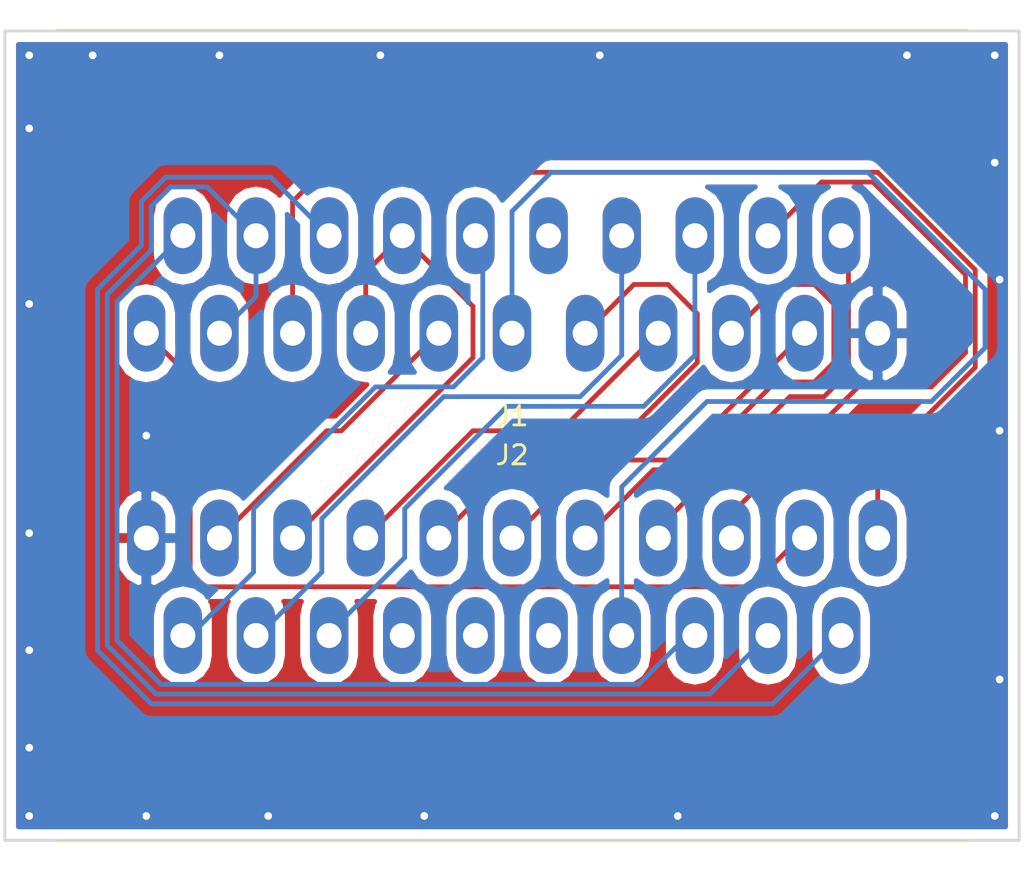
<source format=kicad_pcb>
(kicad_pcb (version 4) (host pcbnew 4.0.7)

  (general
    (links 20)
    (no_connects 1)
    (area 0 0 0 0)
    (thickness 1.6)
    (drawings 4)
    (tracks 162)
    (zones 0)
    (modules 2)
    (nets 23)
  )

  (page A4)
  (layers
    (0 F.Cu signal)
    (31 B.Cu signal)
    (32 B.Adhes user)
    (33 F.Adhes user)
    (34 B.Paste user)
    (35 F.Paste user)
    (36 B.SilkS user)
    (37 F.SilkS user)
    (38 B.Mask user)
    (39 F.Mask user)
    (40 Dwgs.User user)
    (41 Cmts.User user)
    (42 Eco1.User user)
    (43 Eco2.User user)
    (44 Edge.Cuts user)
    (45 Margin user)
    (46 B.CrtYd user)
    (47 F.CrtYd user)
    (48 B.Fab user)
    (49 F.Fab user)
  )

  (setup
    (last_trace_width 0.25)
    (trace_clearance 0.2)
    (zone_clearance 0.508)
    (zone_45_only no)
    (trace_min 0.2)
    (segment_width 0.2)
    (edge_width 0.15)
    (via_size 0.6)
    (via_drill 0.4)
    (via_min_size 0.4)
    (via_min_drill 0.3)
    (uvia_size 0.3)
    (uvia_drill 0.1)
    (uvias_allowed no)
    (uvia_min_size 0.2)
    (uvia_min_drill 0.1)
    (pcb_text_width 0.3)
    (pcb_text_size 1.5 1.5)
    (mod_edge_width 0.15)
    (mod_text_size 1 1)
    (mod_text_width 0.15)
    (pad_size 1.524 1.524)
    (pad_drill 0.762)
    (pad_to_mask_clearance 0.2)
    (aux_axis_origin 0 0)
    (visible_elements FFFFFF7F)
    (pcbplotparams
      (layerselection 0x00030_80000001)
      (usegerberextensions false)
      (excludeedgelayer true)
      (linewidth 0.100000)
      (plotframeref false)
      (viasonmask false)
      (mode 1)
      (useauxorigin false)
      (hpglpennumber 1)
      (hpglpenspeed 20)
      (hpglpendiameter 15)
      (hpglpenoverlay 2)
      (psnegative false)
      (psa4output false)
      (plotreference true)
      (plotvalue true)
      (plotinvisibletext false)
      (padsonsilk false)
      (subtractmaskfromsilk false)
      (outputformat 1)
      (mirror false)
      (drillshape 1)
      (scaleselection 1)
      (outputdirectory ""))
  )

  (net 0 "")
  (net 1 "Net-(J1-Pad10)")
  (net 2 "Net-(J1-Pad12)")
  (net 3 "Net-(J1-Pad14)")
  (net 4 GRN)
  (net 5 R_GND)
  (net 6 RED)
  (net 7 BLANK)
  (net 8 S_GND)
  (net 9 BK_GND)
  (net 10 S_OUT)
  (net 11 S_IN)
  (net 12 GND)
  (net 13 RT_OUT)
  (net 14 RT_IN)
  (net 15 L_OUT)
  (net 16 A_GND)
  (net 17 B_GND)
  (net 18 L_IN)
  (net 19 BLU)
  (net 20 5V)
  (net 21 G_GND)
  (net 22 "Net-(J2-Pad12)")

  (net_class Default "This is the default net class."
    (clearance 0.2)
    (trace_width 0.25)
    (via_dia 0.6)
    (via_drill 0.4)
    (uvia_dia 0.3)
    (uvia_drill 0.1)
    (add_net 5V)
    (add_net A_GND)
    (add_net BK_GND)
    (add_net BLANK)
    (add_net BLU)
    (add_net B_GND)
    (add_net GND)
    (add_net GRN)
    (add_net G_GND)
    (add_net L_IN)
    (add_net L_OUT)
    (add_net "Net-(J1-Pad10)")
    (add_net "Net-(J1-Pad12)")
    (add_net "Net-(J1-Pad14)")
    (add_net "Net-(J2-Pad12)")
    (add_net RED)
    (add_net RT_IN)
    (add_net RT_OUT)
    (add_net R_GND)
    (add_net S_GND)
    (add_net S_IN)
    (add_net S_OUT)
  )

  (module "SCART-RIGHT-ANGLE:SCART Right Angle" (layer F.Cu) (tedit 5B5415FC) (tstamp 5B5412A0)
    (at 148.336 125.984 180)
    (path /5B540E82)
    (fp_text reference J1 (at 0 11.43 180) (layer F.SilkS)
      (effects (font (size 1 1) (thickness 0.15)))
    )
    (fp_text value SCART-F (at 0 -11.43 180) (layer F.Fab)
      (effects (font (size 1 1) (thickness 0.15)))
    )
    (fp_line (start -23.7 -10.7) (end 23.7 -10.7) (layer F.SilkS) (width 0.15))
    (pad 10 thru_hole oval (at -1.905 0 180) (size 2 4) (drill 1.3) (layers *.Cu *.Mask)
      (net 1 "Net-(J1-Pad10)"))
    (pad 12 thru_hole oval (at 1.905 0 180) (size 2 4) (drill 1.3) (layers *.Cu *.Mask)
      (net 2 "Net-(J1-Pad12)"))
    (pad 14 thru_hole oval (at 5.715 0 180) (size 2 4) (drill 1.3) (layers *.Cu *.Mask)
      (net 3 "Net-(J1-Pad14)"))
    (pad 11 thru_hole oval (at 0 5.08 180) (size 2 4) (drill 1.3) (layers *.Cu *.Mask)
      (net 4 GRN))
    (pad 13 thru_hole oval (at 3.81 5.08 180) (size 2 4) (drill 1.3) (layers *.Cu *.Mask)
      (net 5 R_GND))
    (pad 15 thru_hole oval (at 7.62 5.08 180) (size 2 4) (drill 1.3) (layers *.Cu *.Mask)
      (net 6 RED))
    (pad 16 thru_hole oval (at 9.525 0 180) (size 2 4) (drill 1.3) (layers *.Cu *.Mask)
      (net 7 BLANK))
    (pad 17 thru_hole oval (at 11.43 5.08 180) (size 2 4) (drill 1.3) (layers *.Cu *.Mask)
      (net 8 S_GND))
    (pad 18 thru_hole oval (at 13.335 0 180) (size 2 4) (drill 1.3) (layers *.Cu *.Mask)
      (net 9 BK_GND))
    (pad 19 thru_hole oval (at 15.24 5.08 180) (size 2 4) (drill 1.3) (layers *.Cu *.Mask)
      (net 10 S_OUT))
    (pad 20 thru_hole oval (at 17.145 0 180) (size 2 4) (drill 1.3) (layers *.Cu *.Mask)
      (net 11 S_IN))
    (pad 21 thru_hole oval (at 19.05 5.08 180) (size 2 4) (drill 1.3) (layers *.Cu *.Mask)
      (net 12 GND))
    (pad 1 thru_hole oval (at -19.05 5.08 180) (size 2 4) (drill 1.3) (layers *.Cu *.Mask)
      (net 13 RT_OUT))
    (pad 2 thru_hole oval (at -17.145 0 180) (size 2 4) (drill 1.3) (layers *.Cu *.Mask)
      (net 14 RT_IN))
    (pad 3 thru_hole oval (at -15.24 5.08 180) (size 2 4) (drill 1.3) (layers *.Cu *.Mask)
      (net 15 L_OUT))
    (pad 4 thru_hole oval (at -13.335 0 180) (size 2 4) (drill 1.3) (layers *.Cu *.Mask)
      (net 16 A_GND))
    (pad 5 thru_hole oval (at -11.43 5.08 180) (size 2 4) (drill 1.3) (layers *.Cu *.Mask)
      (net 17 B_GND))
    (pad 6 thru_hole oval (at -9.525 0 180) (size 2 4) (drill 1.3) (layers *.Cu *.Mask)
      (net 18 L_IN))
    (pad 7 thru_hole oval (at -7.62 5.08 180) (size 2 4) (drill 1.3) (layers *.Cu *.Mask)
      (net 19 BLU))
    (pad 8 thru_hole oval (at -5.715 0 180) (size 2 4) (drill 1.3) (layers *.Cu *.Mask)
      (net 20 5V))
    (pad 9 thru_hole oval (at -3.81 5.08 180) (size 2 4) (drill 1.3) (layers *.Cu *.Mask)
      (net 21 G_GND))
  )

  (module "SCART-RIGHT-ANGLE:SCART Right Angle" (layer F.Cu) (tedit 5B54160E) (tstamp 5B5412BE)
    (at 148.336 105.156)
    (path /5B540EA9)
    (fp_text reference J2 (at 0 11.43) (layer F.SilkS)
      (effects (font (size 1 1) (thickness 0.15)))
    )
    (fp_text value SCART-F (at 0 -11.43) (layer F.Fab)
      (effects (font (size 1 1) (thickness 0.15)))
    )
    (fp_line (start -23.7 -10.7) (end 23.7 -10.7) (layer F.SilkS) (width 0.15))
    (pad 10 thru_hole oval (at -1.905 0) (size 2 4) (drill 1.3) (layers *.Cu *.Mask)
      (net 11 S_IN))
    (pad 12 thru_hole oval (at 1.905 0) (size 2 4) (drill 1.3) (layers *.Cu *.Mask)
      (net 22 "Net-(J2-Pad12)"))
    (pad 14 thru_hole oval (at 5.715 0) (size 2 4) (drill 1.3) (layers *.Cu *.Mask)
      (net 9 BK_GND))
    (pad 11 thru_hole oval (at 0 5.08) (size 2 4) (drill 1.3) (layers *.Cu *.Mask)
      (net 20 5V))
    (pad 13 thru_hole oval (at 3.81 5.08) (size 2 4) (drill 1.3) (layers *.Cu *.Mask)
      (net 5 R_GND))
    (pad 15 thru_hole oval (at 7.62 5.08) (size 2 4) (drill 1.3) (layers *.Cu *.Mask)
      (net 6 RED))
    (pad 16 thru_hole oval (at 9.525 0) (size 2 4) (drill 1.3) (layers *.Cu *.Mask)
      (net 7 BLANK))
    (pad 17 thru_hole oval (at 11.43 5.08) (size 2 4) (drill 1.3) (layers *.Cu *.Mask)
      (net 21 G_GND))
    (pad 18 thru_hole oval (at 13.335 0) (size 2 4) (drill 1.3) (layers *.Cu *.Mask)
      (net 17 B_GND))
    (pad 19 thru_hole oval (at 15.24 5.08) (size 2 4) (drill 1.3) (layers *.Cu *.Mask)
      (net 4 GRN))
    (pad 20 thru_hole oval (at 17.145 0) (size 2 4) (drill 1.3) (layers *.Cu *.Mask)
      (net 19 BLU))
    (pad 21 thru_hole oval (at 19.05 5.08) (size 2 4) (drill 1.3) (layers *.Cu *.Mask)
      (net 12 GND))
    (pad 1 thru_hole oval (at -19.05 5.08) (size 2 4) (drill 1.3) (layers *.Cu *.Mask)
      (net 15 L_OUT))
    (pad 2 thru_hole oval (at -17.145 0) (size 2 4) (drill 1.3) (layers *.Cu *.Mask)
      (net 18 L_IN))
    (pad 3 thru_hole oval (at -15.24 5.08) (size 2 4) (drill 1.3) (layers *.Cu *.Mask)
      (net 16 A_GND))
    (pad 4 thru_hole oval (at -13.335 0) (size 2 4) (drill 1.3) (layers *.Cu *.Mask)
      (net 16 A_GND))
    (pad 5 thru_hole oval (at -11.43 5.08) (size 2 4) (drill 1.3) (layers *.Cu *.Mask)
      (net 13 RT_OUT))
    (pad 6 thru_hole oval (at -9.525 0) (size 2 4) (drill 1.3) (layers *.Cu *.Mask)
      (net 14 RT_IN))
    (pad 7 thru_hole oval (at -7.62 5.08) (size 2 4) (drill 1.3) (layers *.Cu *.Mask)
      (net 8 S_GND))
    (pad 8 thru_hole oval (at -5.715 0) (size 2 4) (drill 1.3) (layers *.Cu *.Mask)
      (net 8 S_GND))
    (pad 9 thru_hole oval (at -3.81 5.08) (size 2 4) (drill 1.3) (layers *.Cu *.Mask)
      (net 10 S_OUT))
  )

  (gr_line (start 121.92 94.488) (end 174.752 94.488) (angle 90) (layer Edge.Cuts) (width 0.15))
  (gr_line (start 121.92 136.652) (end 121.92 94.488) (angle 90) (layer Edge.Cuts) (width 0.15))
  (gr_line (start 174.752 136.652) (end 121.92 136.652) (angle 90) (layer Edge.Cuts) (width 0.15))
  (gr_line (start 174.752 94.488) (end 174.752 136.652) (angle 90) (layer Edge.Cuts) (width 0.15))

  (segment (start 148.336 120.904) (end 152.4 116.84) (width 0.25) (layer F.Cu) (net 4) (status 400000))
  (segment (start 156.972 116.84) (end 163.576 110.236) (width 0.25) (layer F.Cu) (net 4) (tstamp 5B54137B) (status 800000))
  (segment (start 152.4 116.84) (end 156.972 116.84) (width 0.25) (layer F.Cu) (net 4) (tstamp 5B541379))
  (segment (start 144.526 120.904) (end 149.098 116.332) (width 0.25) (layer F.Cu) (net 5) (status 400000))
  (segment (start 154.686 107.696) (end 152.146 110.236) (width 0.25) (layer F.Cu) (net 5) (tstamp 5B541375) (status 800000))
  (segment (start 156.464 107.696) (end 154.686 107.696) (width 0.25) (layer F.Cu) (net 5) (tstamp 5B541373))
  (segment (start 157.988 109.22) (end 156.464 107.696) (width 0.25) (layer F.Cu) (net 5) (tstamp 5B541371))
  (segment (start 157.988 111.76) (end 157.988 109.22) (width 0.25) (layer F.Cu) (net 5) (tstamp 5B54136F))
  (segment (start 153.416 116.332) (end 157.988 111.76) (width 0.25) (layer F.Cu) (net 5) (tstamp 5B54136D))
  (segment (start 149.098 116.332) (end 153.416 116.332) (width 0.25) (layer F.Cu) (net 5) (tstamp 5B54136B))
  (segment (start 140.716 120.904) (end 146.304 115.316) (width 0.25) (layer F.Cu) (net 6) (status 400000))
  (segment (start 150.876 115.316) (end 155.956 110.236) (width 0.25) (layer F.Cu) (net 6) (tstamp 5B541367) (status 800000))
  (segment (start 146.304 115.316) (end 150.876 115.316) (width 0.25) (layer F.Cu) (net 6) (tstamp 5B541365))
  (segment (start 138.811 125.984) (end 138.811 125.857) (width 0.25) (layer B.Cu) (net 7) (status C00000))
  (segment (start 138.811 125.857) (end 142.748 121.92) (width 0.25) (layer B.Cu) (net 7) (tstamp 5B541490) (status 400000))
  (segment (start 142.748 121.92) (end 142.748 119.38) (width 0.25) (layer B.Cu) (net 7) (tstamp 5B541497))
  (segment (start 142.748 119.38) (end 148.082 114.046) (width 0.25) (layer B.Cu) (net 7) (tstamp 5B54149C))
  (segment (start 148.082 114.046) (end 155.194 114.046) (width 0.25) (layer B.Cu) (net 7) (tstamp 5B5414A4))
  (segment (start 155.194 114.046) (end 157.861 111.379) (width 0.25) (layer B.Cu) (net 7) (tstamp 5B5414A9))
  (segment (start 157.861 111.379) (end 157.861 105.156) (width 0.25) (layer B.Cu) (net 7) (tstamp 5B5414B1) (status 800000))
  (segment (start 142.621 105.156) (end 140.716 107.061) (width 0.25) (layer F.Cu) (net 8) (status 400000))
  (segment (start 140.716 107.061) (end 140.716 110.236) (width 0.25) (layer F.Cu) (net 8) (tstamp 5B541360) (status 800000))
  (segment (start 136.906 120.904) (end 146.304 111.506) (width 0.25) (layer F.Cu) (net 8) (status 400000))
  (segment (start 146.304 108.839) (end 142.621 105.156) (width 0.25) (layer F.Cu) (net 8) (tstamp 5B54135C) (status 800000))
  (segment (start 146.304 111.506) (end 146.304 108.839) (width 0.25) (layer F.Cu) (net 8) (tstamp 5B54135A))
  (segment (start 135.001 125.984) (end 135.128 125.984) (width 0.25) (layer B.Cu) (net 9) (status C00000))
  (segment (start 135.128 125.984) (end 138.43 122.682) (width 0.25) (layer B.Cu) (net 9) (tstamp 5B54145F) (status 400000))
  (segment (start 138.43 122.682) (end 138.43 119.888) (width 0.25) (layer B.Cu) (net 9) (tstamp 5B541468))
  (segment (start 138.43 119.888) (end 144.78 113.538) (width 0.25) (layer B.Cu) (net 9) (tstamp 5B54146E))
  (segment (start 144.78 113.538) (end 151.892 113.538) (width 0.25) (layer B.Cu) (net 9) (tstamp 5B54147A))
  (segment (start 151.892 113.538) (end 154.051 111.379) (width 0.25) (layer B.Cu) (net 9) (tstamp 5B541482))
  (segment (start 154.051 111.379) (end 154.051 105.156) (width 0.25) (layer B.Cu) (net 9) (tstamp 5B541487) (status 800000))
  (segment (start 133.096 120.904) (end 138.684 115.316) (width 0.25) (layer F.Cu) (net 10) (status 400000))
  (segment (start 139.446 115.316) (end 144.526 110.236) (width 0.25) (layer F.Cu) (net 10) (tstamp 5B541357) (status 800000))
  (segment (start 138.684 115.316) (end 139.446 115.316) (width 0.25) (layer F.Cu) (net 10) (tstamp 5B541355))
  (segment (start 131.191 125.984) (end 131.572 125.984) (width 0.25) (layer B.Cu) (net 11) (status C00000))
  (segment (start 131.572 125.984) (end 134.874 122.682) (width 0.25) (layer B.Cu) (net 11) (tstamp 5B541426) (status 400000))
  (segment (start 134.874 122.682) (end 134.874 119.38) (width 0.25) (layer B.Cu) (net 11) (tstamp 5B541434))
  (segment (start 134.874 119.38) (end 141.224 113.03) (width 0.25) (layer B.Cu) (net 11) (tstamp 5B54143A))
  (segment (start 141.224 113.03) (end 145.288 113.03) (width 0.25) (layer B.Cu) (net 11) (tstamp 5B541447))
  (segment (start 145.288 113.03) (end 146.812 111.506) (width 0.25) (layer B.Cu) (net 11) (tstamp 5B541450))
  (segment (start 146.812 111.506) (end 146.812 105.537) (width 0.25) (layer B.Cu) (net 11) (tstamp 5B541455) (status 800000))
  (segment (start 146.812 105.537) (end 146.431 105.156) (width 0.25) (layer B.Cu) (net 11) (tstamp 5B54145A) (status C00000))
  (via (at 129.286 115.57) (size 0.6) (drill 0.4) (layers F.Cu B.Cu) (net 12))
  (via (at 123.19 95.758) (size 0.6) (drill 0.4) (layers F.Cu B.Cu) (net 12))
  (segment (start 122.936 97.79) (end 122.936 99.314) (width 0.25) (layer F.Cu) (net 12) (tstamp 5B5416F8))
  (segment (start 123.19 99.568) (end 122.936 99.314) (width 0.25) (layer F.Cu) (net 12) (tstamp 5B5416F7))
  (via (at 123.19 99.568) (size 0.6) (drill 0.4) (layers F.Cu B.Cu) (net 12))
  (segment (start 123.19 108.712) (end 123.19 99.568) (width 0.25) (layer B.Cu) (net 12) (tstamp 5B5416F4))
  (via (at 123.19 108.712) (size 0.6) (drill 0.4) (layers F.Cu B.Cu) (net 12))
  (segment (start 123.19 120.65) (end 123.19 108.712) (width 0.25) (layer F.Cu) (net 12) (tstamp 5B5416F1))
  (via (at 123.19 120.65) (size 0.6) (drill 0.4) (layers F.Cu B.Cu) (net 12))
  (segment (start 123.19 126.746) (end 123.19 120.65) (width 0.25) (layer B.Cu) (net 12) (tstamp 5B5416EE))
  (via (at 123.19 126.746) (size 0.6) (drill 0.4) (layers F.Cu B.Cu) (net 12))
  (segment (start 123.19 131.826) (end 123.19 126.746) (width 0.25) (layer F.Cu) (net 12) (tstamp 5B5416EB))
  (via (at 123.19 131.826) (size 0.6) (drill 0.4) (layers F.Cu B.Cu) (net 12))
  (segment (start 123.19 135.382) (end 123.19 131.826) (width 0.25) (layer B.Cu) (net 12) (tstamp 5B5416E8))
  (via (at 123.19 135.382) (size 0.6) (drill 0.4) (layers F.Cu B.Cu) (net 12))
  (segment (start 129.286 135.382) (end 123.19 135.382) (width 0.25) (layer F.Cu) (net 12) (tstamp 5B5416E5))
  (via (at 129.286 135.382) (size 0.6) (drill 0.4) (layers F.Cu B.Cu) (net 12))
  (segment (start 135.636 135.382) (end 129.286 135.382) (width 0.25) (layer B.Cu) (net 12) (tstamp 5B5416E2))
  (via (at 135.636 135.382) (size 0.6) (drill 0.4) (layers F.Cu B.Cu) (net 12))
  (segment (start 143.764 135.382) (end 135.636 135.382) (width 0.25) (layer F.Cu) (net 12) (tstamp 5B5416DF))
  (via (at 143.764 135.382) (size 0.6) (drill 0.4) (layers F.Cu B.Cu) (net 12))
  (segment (start 156.972 135.382) (end 143.764 135.382) (width 0.25) (layer B.Cu) (net 12) (tstamp 5B5416DC))
  (via (at 156.972 135.382) (size 0.6) (drill 0.4) (layers F.Cu B.Cu) (net 12))
  (segment (start 173.482 135.382) (end 156.972 135.382) (width 0.25) (layer F.Cu) (net 12) (tstamp 5B5416D9))
  (via (at 173.482 135.382) (size 0.6) (drill 0.4) (layers F.Cu B.Cu) (net 12))
  (segment (start 173.482 128.524) (end 173.482 135.382) (width 0.25) (layer B.Cu) (net 12) (tstamp 5B5416D7))
  (segment (start 173.736 128.27) (end 173.482 128.524) (width 0.25) (layer B.Cu) (net 12) (tstamp 5B5416D6))
  (via (at 173.736 128.27) (size 0.6) (drill 0.4) (layers F.Cu B.Cu) (net 12))
  (segment (start 173.736 115.316) (end 173.736 128.27) (width 0.25) (layer F.Cu) (net 12) (tstamp 5B5416D3))
  (via (at 173.736 115.316) (size 0.6) (drill 0.4) (layers F.Cu B.Cu) (net 12))
  (segment (start 173.736 107.442) (end 173.736 115.316) (width 0.25) (layer B.Cu) (net 12) (tstamp 5B5416D0))
  (via (at 173.736 107.442) (size 0.6) (drill 0.4) (layers F.Cu B.Cu) (net 12))
  (segment (start 173.736 101.6) (end 173.736 107.442) (width 0.25) (layer F.Cu) (net 12) (tstamp 5B5416CE))
  (segment (start 173.482 101.346) (end 173.736 101.6) (width 0.25) (layer F.Cu) (net 12) (tstamp 5B5416CD))
  (via (at 173.482 101.346) (size 0.6) (drill 0.4) (layers F.Cu B.Cu) (net 12))
  (segment (start 173.482 95.758) (end 173.482 101.346) (width 0.25) (layer B.Cu) (net 12) (tstamp 5B5416CA))
  (via (at 173.482 95.758) (size 0.6) (drill 0.4) (layers F.Cu B.Cu) (net 12))
  (segment (start 168.91 95.758) (end 173.482 95.758) (width 0.25) (layer F.Cu) (net 12) (tstamp 5B5416C7))
  (via (at 168.91 95.758) (size 0.6) (drill 0.4) (layers F.Cu B.Cu) (net 12))
  (segment (start 152.908 95.758) (end 168.91 95.758) (width 0.25) (layer B.Cu) (net 12) (tstamp 5B5416C4))
  (via (at 152.908 95.758) (size 0.6) (drill 0.4) (layers F.Cu B.Cu) (net 12))
  (segment (start 141.478 95.758) (end 152.908 95.758) (width 0.25) (layer F.Cu) (net 12) (tstamp 5B5416C1))
  (via (at 141.478 95.758) (size 0.6) (drill 0.4) (layers F.Cu B.Cu) (net 12))
  (segment (start 133.096 95.758) (end 141.478 95.758) (width 0.25) (layer B.Cu) (net 12) (tstamp 5B5416BE))
  (via (at 133.096 95.758) (size 0.6) (drill 0.4) (layers F.Cu B.Cu) (net 12))
  (segment (start 126.492 95.758) (end 133.096 95.758) (width 0.25) (layer F.Cu) (net 12) (tstamp 5B5416BB))
  (via (at 126.492 95.758) (size 0.6) (drill 0.4) (layers F.Cu B.Cu) (net 12))
  (segment (start 126.492 95.758) (end 123.19 95.758) (width 0.25) (layer B.Cu) (net 12) (tstamp 5B5416B8))
  (segment (start 167.386 120.904) (end 167.386 117.094) (width 0.25) (layer F.Cu) (net 13) (status 400000))
  (segment (start 136.906 103.378) (end 136.906 110.236) (width 0.25) (layer F.Cu) (net 13) (tstamp 5B54141E) (status 800000))
  (segment (start 138.43 101.854) (end 136.906 103.378) (width 0.25) (layer F.Cu) (net 13) (tstamp 5B541419))
  (segment (start 167.386 101.854) (end 138.43 101.854) (width 0.25) (layer F.Cu) (net 13) (tstamp 5B54140F))
  (segment (start 172.466 106.934) (end 167.386 101.854) (width 0.25) (layer F.Cu) (net 13) (tstamp 5B54140A))
  (segment (start 172.466 112.014) (end 172.466 106.934) (width 0.25) (layer F.Cu) (net 13) (tstamp 5B541407))
  (segment (start 167.386 117.094) (end 172.466 112.014) (width 0.25) (layer F.Cu) (net 13) (tstamp 5B5413ED))
  (segment (start 165.481 125.984) (end 161.925 129.54) (width 0.25) (layer B.Cu) (net 14) (status 400000))
  (segment (start 135.763 102.108) (end 138.811 105.156) (width 0.25) (layer B.Cu) (net 14) (tstamp 5B541535) (status 800000))
  (segment (start 130.302 102.108) (end 135.763 102.108) (width 0.25) (layer B.Cu) (net 14) (tstamp 5B541531))
  (segment (start 129.032 103.378) (end 130.302 102.108) (width 0.25) (layer B.Cu) (net 14) (tstamp 5B54152F))
  (segment (start 129.032 105.664) (end 129.032 103.378) (width 0.25) (layer B.Cu) (net 14) (tstamp 5B54152B))
  (segment (start 126.746 107.95) (end 129.032 105.664) (width 0.25) (layer B.Cu) (net 14) (tstamp 5B541527))
  (segment (start 126.746 126.746) (end 126.746 107.95) (width 0.25) (layer B.Cu) (net 14) (tstamp 5B541521))
  (segment (start 129.54 129.54) (end 126.746 126.746) (width 0.25) (layer B.Cu) (net 14) (tstamp 5B54151C))
  (segment (start 161.925 129.54) (end 129.54 129.54) (width 0.25) (layer B.Cu) (net 14) (tstamp 5B541516))
  (segment (start 163.576 120.904) (end 163.322 120.904) (width 0.25) (layer F.Cu) (net 15) (status C00000))
  (segment (start 163.322 120.904) (end 160.782 123.444) (width 0.25) (layer F.Cu) (net 15) (tstamp 5B5413CF) (status 400000))
  (segment (start 160.782 123.444) (end 132.334 123.444) (width 0.25) (layer F.Cu) (net 15) (tstamp 5B5413D5))
  (segment (start 132.334 123.444) (end 131.572 122.682) (width 0.25) (layer F.Cu) (net 15) (tstamp 5B5413DC))
  (segment (start 131.572 122.682) (end 131.572 112.522) (width 0.25) (layer F.Cu) (net 15) (tstamp 5B5413E2))
  (segment (start 131.572 112.522) (end 129.286 110.236) (width 0.25) (layer F.Cu) (net 15) (tstamp 5B5413E7) (status 800000))
  (segment (start 135.001 105.156) (end 135.001 108.331) (width 0.25) (layer B.Cu) (net 16) (status 400000))
  (segment (start 135.001 108.331) (end 133.096 110.236) (width 0.25) (layer B.Cu) (net 16) (tstamp 5B54150E) (status 800000))
  (segment (start 161.671 125.984) (end 158.623 129.032) (width 0.25) (layer B.Cu) (net 16) (status 400000))
  (segment (start 132.461 102.616) (end 135.001 105.156) (width 0.25) (layer B.Cu) (net 16) (tstamp 5B541509) (status 800000))
  (segment (start 130.556 102.616) (end 132.461 102.616) (width 0.25) (layer B.Cu) (net 16) (tstamp 5B541507))
  (segment (start 129.54 103.632) (end 130.556 102.616) (width 0.25) (layer B.Cu) (net 16) (tstamp 5B541504))
  (segment (start 129.54 105.918) (end 129.54 103.632) (width 0.25) (layer B.Cu) (net 16) (tstamp 5B541500))
  (segment (start 127.254 108.204) (end 129.54 105.918) (width 0.25) (layer B.Cu) (net 16) (tstamp 5B5414FC))
  (segment (start 127.254 126.492) (end 127.254 108.204) (width 0.25) (layer B.Cu) (net 16) (tstamp 5B5414F4))
  (segment (start 129.794 129.032) (end 127.254 126.492) (width 0.25) (layer B.Cu) (net 16) (tstamp 5B5414EC))
  (segment (start 158.623 129.032) (end 129.794 129.032) (width 0.25) (layer B.Cu) (net 16) (tstamp 5B5414E0))
  (segment (start 159.766 120.904) (end 159.766 119.634) (width 0.25) (layer F.Cu) (net 17) (status C00000))
  (segment (start 159.766 119.634) (end 166.37 113.03) (width 0.25) (layer F.Cu) (net 17) (tstamp 5B54139B) (status 400000))
  (segment (start 166.37 113.03) (end 170.18 113.03) (width 0.25) (layer F.Cu) (net 17) (tstamp 5B5413A7))
  (segment (start 170.18 113.03) (end 171.958 111.252) (width 0.25) (layer F.Cu) (net 17) (tstamp 5B5413AA))
  (segment (start 171.958 111.252) (end 171.958 107.188) (width 0.25) (layer F.Cu) (net 17) (tstamp 5B5413AC))
  (segment (start 171.958 107.188) (end 167.132 102.362) (width 0.25) (layer F.Cu) (net 17) (tstamp 5B5413B0))
  (segment (start 167.132 102.362) (end 164.465 102.362) (width 0.25) (layer F.Cu) (net 17) (tstamp 5B5413B3))
  (segment (start 164.465 102.362) (end 161.671 105.156) (width 0.25) (layer F.Cu) (net 17) (tstamp 5B5413B6) (status 800000))
  (segment (start 157.861 125.984) (end 157.48 125.984) (width 0.25) (layer B.Cu) (net 18) (status C00000))
  (segment (start 157.48 125.984) (end 154.94 128.524) (width 0.25) (layer B.Cu) (net 18) (tstamp 5B5414C0) (status 400000))
  (segment (start 154.94 128.524) (end 130.048 128.524) (width 0.25) (layer B.Cu) (net 18) (tstamp 5B5414C6))
  (segment (start 130.048 128.524) (end 127.762 126.238) (width 0.25) (layer B.Cu) (net 18) (tstamp 5B5414CD))
  (segment (start 127.762 126.238) (end 127.762 108.585) (width 0.25) (layer B.Cu) (net 18) (tstamp 5B5414D5))
  (segment (start 127.762 108.585) (end 131.191 105.156) (width 0.25) (layer B.Cu) (net 18) (tstamp 5B5414DC) (status 800000))
  (segment (start 155.956 120.904) (end 155.956 120.396) (width 0.25) (layer F.Cu) (net 19) (status C00000))
  (segment (start 155.956 120.396) (end 162.814 113.538) (width 0.25) (layer F.Cu) (net 19) (tstamp 5B541391) (status 400000))
  (segment (start 162.814 113.538) (end 164.592 113.538) (width 0.25) (layer F.Cu) (net 19) (tstamp 5B541392))
  (segment (start 164.592 113.538) (end 165.862 112.268) (width 0.25) (layer F.Cu) (net 19) (tstamp 5B541394))
  (segment (start 165.862 112.268) (end 165.862 105.537) (width 0.25) (layer F.Cu) (net 19) (tstamp 5B541396) (status 800000))
  (segment (start 165.862 105.537) (end 165.481 105.156) (width 0.25) (layer F.Cu) (net 19) (tstamp 5B541398) (status C00000))
  (segment (start 154.051 125.984) (end 154.051 118.237) (width 0.25) (layer B.Cu) (net 20) (status 400000))
  (segment (start 148.336 103.886) (end 148.336 110.236) (width 0.25) (layer B.Cu) (net 20) (tstamp 5B541590) (status 800000))
  (segment (start 150.368 101.854) (end 148.336 103.886) (width 0.25) (layer B.Cu) (net 20) (tstamp 5B54158C))
  (segment (start 166.878 101.854) (end 150.368 101.854) (width 0.25) (layer B.Cu) (net 20) (tstamp 5B54157D))
  (segment (start 172.974 107.95) (end 166.878 101.854) (width 0.25) (layer B.Cu) (net 20) (tstamp 5B54156E))
  (segment (start 172.974 110.998) (end 172.974 107.95) (width 0.25) (layer B.Cu) (net 20) (tstamp 5B541568))
  (segment (start 170.18 113.792) (end 172.974 110.998) (width 0.25) (layer B.Cu) (net 20) (tstamp 5B541562))
  (segment (start 158.496 113.792) (end 170.18 113.792) (width 0.25) (layer B.Cu) (net 20) (tstamp 5B54155C))
  (segment (start 154.051 118.237) (end 158.496 113.792) (width 0.25) (layer B.Cu) (net 20) (tstamp 5B541553))
  (segment (start 152.146 120.904) (end 155.702 117.348) (width 0.25) (layer F.Cu) (net 21) (status 400000))
  (segment (start 162.306 107.696) (end 159.766 110.236) (width 0.25) (layer F.Cu) (net 21) (tstamp 5B541389) (status 800000))
  (segment (start 164.084 107.696) (end 162.306 107.696) (width 0.25) (layer F.Cu) (net 21) (tstamp 5B541387))
  (segment (start 165.1 108.712) (end 164.084 107.696) (width 0.25) (layer F.Cu) (net 21) (tstamp 5B541385))
  (segment (start 165.1 111.76) (end 165.1 108.712) (width 0.25) (layer F.Cu) (net 21) (tstamp 5B541384))
  (segment (start 164.084 112.776) (end 165.1 111.76) (width 0.25) (layer F.Cu) (net 21) (tstamp 5B541383))
  (segment (start 162.052 112.776) (end 164.084 112.776) (width 0.25) (layer F.Cu) (net 21) (tstamp 5B541382))
  (segment (start 157.48 117.348) (end 162.052 112.776) (width 0.25) (layer F.Cu) (net 21) (tstamp 5B541380))
  (segment (start 155.702 117.348) (end 157.48 117.348) (width 0.25) (layer F.Cu) (net 21) (tstamp 5B54137F))

  (zone (net 12) (net_name GND) (layer F.Cu) (tstamp 5B5416B5) (hatch edge 0.508)
    (connect_pads thru_hole_only (clearance 0.508))
    (min_thickness 0.254)
    (fill yes (arc_segments 16) (thermal_gap 0.508) (thermal_bridge_width 0.508))
    (polygon
      (pts
        (xy 175.006 94.234) (xy 175.006 136.906) (xy 121.666 136.906) (xy 121.666 94.234) (xy 175.006 93.98)
      )
    )
    (filled_polygon
      (pts
        (xy 174.042 135.942) (xy 122.63 135.942) (xy 122.63 121.031) (xy 127.651 121.031) (xy 127.651 122.031)
        (xy 127.824058 122.64702) (xy 128.219683 123.149922) (xy 128.777645 123.463144) (xy 128.905566 123.494124) (xy 129.159 123.374777)
        (xy 129.159 121.031) (xy 127.651 121.031) (xy 122.63 121.031) (xy 122.63 119.777) (xy 127.651 119.777)
        (xy 127.651 120.777) (xy 129.159 120.777) (xy 129.159 118.433223) (xy 128.905566 118.313876) (xy 128.777645 118.344856)
        (xy 128.219683 118.658078) (xy 127.824058 119.16098) (xy 127.651 119.777) (xy 122.63 119.777) (xy 122.63 109.184377)
        (xy 127.651 109.184377) (xy 127.651 111.287623) (xy 127.775457 111.91331) (xy 128.12988 112.443743) (xy 128.660313 112.798166)
        (xy 129.286 112.922623) (xy 129.911687 112.798166) (xy 130.428225 112.453027) (xy 130.812 112.836802) (xy 130.812 119.389002)
        (xy 130.747942 119.16098) (xy 130.352317 118.658078) (xy 129.794355 118.344856) (xy 129.666434 118.313876) (xy 129.413 118.433223)
        (xy 129.413 120.777) (xy 129.433 120.777) (xy 129.433 121.031) (xy 129.413 121.031) (xy 129.413 123.374777)
        (xy 129.666434 123.494124) (xy 129.794355 123.463144) (xy 130.352317 123.149922) (xy 130.747942 122.64702) (xy 130.812 122.418998)
        (xy 130.812 122.682) (xy 130.869852 122.972839) (xy 131.034599 123.219401) (xy 131.125587 123.310389) (xy 130.565313 123.421834)
        (xy 130.03488 123.776257) (xy 129.680457 124.30669) (xy 129.556 124.932377) (xy 129.556 127.035623) (xy 129.680457 127.66131)
        (xy 130.03488 128.191743) (xy 130.565313 128.546166) (xy 131.191 128.670623) (xy 131.816687 128.546166) (xy 132.34712 128.191743)
        (xy 132.701543 127.66131) (xy 132.826 127.035623) (xy 132.826 124.932377) (xy 132.701543 124.30669) (xy 132.632928 124.204)
        (xy 133.559072 124.204) (xy 133.490457 124.30669) (xy 133.366 124.932377) (xy 133.366 127.035623) (xy 133.490457 127.66131)
        (xy 133.84488 128.191743) (xy 134.375313 128.546166) (xy 135.001 128.670623) (xy 135.626687 128.546166) (xy 136.15712 128.191743)
        (xy 136.511543 127.66131) (xy 136.636 127.035623) (xy 136.636 124.932377) (xy 136.511543 124.30669) (xy 136.442928 124.204)
        (xy 137.369072 124.204) (xy 137.300457 124.30669) (xy 137.176 124.932377) (xy 137.176 127.035623) (xy 137.300457 127.66131)
        (xy 137.65488 128.191743) (xy 138.185313 128.546166) (xy 138.811 128.670623) (xy 139.436687 128.546166) (xy 139.96712 128.191743)
        (xy 140.321543 127.66131) (xy 140.446 127.035623) (xy 140.446 124.932377) (xy 140.321543 124.30669) (xy 140.252928 124.204)
        (xy 141.179072 124.204) (xy 141.110457 124.30669) (xy 140.986 124.932377) (xy 140.986 127.035623) (xy 141.110457 127.66131)
        (xy 141.46488 128.191743) (xy 141.995313 128.546166) (xy 142.621 128.670623) (xy 143.246687 128.546166) (xy 143.77712 128.191743)
        (xy 144.131543 127.66131) (xy 144.256 127.035623) (xy 144.256 124.932377) (xy 144.131543 124.30669) (xy 144.062928 124.204)
        (xy 144.989072 124.204) (xy 144.920457 124.30669) (xy 144.796 124.932377) (xy 144.796 127.035623) (xy 144.920457 127.66131)
        (xy 145.27488 128.191743) (xy 145.805313 128.546166) (xy 146.431 128.670623) (xy 147.056687 128.546166) (xy 147.58712 128.191743)
        (xy 147.941543 127.66131) (xy 148.066 127.035623) (xy 148.066 124.932377) (xy 147.941543 124.30669) (xy 147.872928 124.204)
        (xy 148.799072 124.204) (xy 148.730457 124.30669) (xy 148.606 124.932377) (xy 148.606 127.035623) (xy 148.730457 127.66131)
        (xy 149.08488 128.191743) (xy 149.615313 128.546166) (xy 150.241 128.670623) (xy 150.866687 128.546166) (xy 151.39712 128.191743)
        (xy 151.751543 127.66131) (xy 151.876 127.035623) (xy 151.876 124.932377) (xy 151.751543 124.30669) (xy 151.682928 124.204)
        (xy 152.609072 124.204) (xy 152.540457 124.30669) (xy 152.416 124.932377) (xy 152.416 127.035623) (xy 152.540457 127.66131)
        (xy 152.89488 128.191743) (xy 153.425313 128.546166) (xy 154.051 128.670623) (xy 154.676687 128.546166) (xy 155.20712 128.191743)
        (xy 155.561543 127.66131) (xy 155.686 127.035623) (xy 155.686 124.932377) (xy 155.561543 124.30669) (xy 155.492928 124.204)
        (xy 156.419072 124.204) (xy 156.350457 124.30669) (xy 156.226 124.932377) (xy 156.226 127.035623) (xy 156.350457 127.66131)
        (xy 156.70488 128.191743) (xy 157.235313 128.546166) (xy 157.861 128.670623) (xy 158.486687 128.546166) (xy 159.01712 128.191743)
        (xy 159.371543 127.66131) (xy 159.496 127.035623) (xy 159.496 124.932377) (xy 159.371543 124.30669) (xy 159.302928 124.204)
        (xy 160.229072 124.204) (xy 160.160457 124.30669) (xy 160.036 124.932377) (xy 160.036 127.035623) (xy 160.160457 127.66131)
        (xy 160.51488 128.191743) (xy 161.045313 128.546166) (xy 161.671 128.670623) (xy 162.296687 128.546166) (xy 162.82712 128.191743)
        (xy 163.181543 127.66131) (xy 163.306 127.035623) (xy 163.306 124.932377) (xy 163.846 124.932377) (xy 163.846 127.035623)
        (xy 163.970457 127.66131) (xy 164.32488 128.191743) (xy 164.855313 128.546166) (xy 165.481 128.670623) (xy 166.106687 128.546166)
        (xy 166.63712 128.191743) (xy 166.991543 127.66131) (xy 167.116 127.035623) (xy 167.116 124.932377) (xy 166.991543 124.30669)
        (xy 166.63712 123.776257) (xy 166.106687 123.421834) (xy 165.481 123.297377) (xy 164.855313 123.421834) (xy 164.32488 123.776257)
        (xy 163.970457 124.30669) (xy 163.846 124.932377) (xy 163.306 124.932377) (xy 163.181543 124.30669) (xy 162.82712 123.776257)
        (xy 162.296687 123.421834) (xy 161.948272 123.35253) (xy 162.327426 122.973376) (xy 162.41988 123.111743) (xy 162.950313 123.466166)
        (xy 163.576 123.590623) (xy 164.201687 123.466166) (xy 164.73212 123.111743) (xy 165.086543 122.58131) (xy 165.211 121.955623)
        (xy 165.211 119.852377) (xy 165.086543 119.22669) (xy 164.73212 118.696257) (xy 164.201687 118.341834) (xy 163.576 118.217377)
        (xy 162.950313 118.341834) (xy 162.41988 118.696257) (xy 162.065457 119.22669) (xy 161.941 119.852377) (xy 161.941 121.210198)
        (xy 161.401 121.750198) (xy 161.401 119.852377) (xy 161.276543 119.22669) (xy 161.265155 119.209647) (xy 166.684802 113.79)
        (xy 169.615198 113.79) (xy 166.848599 116.556599) (xy 166.683852 116.803161) (xy 166.626 117.094) (xy 166.626 118.431579)
        (xy 166.22988 118.696257) (xy 165.875457 119.22669) (xy 165.751 119.852377) (xy 165.751 121.955623) (xy 165.875457 122.58131)
        (xy 166.22988 123.111743) (xy 166.760313 123.466166) (xy 167.386 123.590623) (xy 168.011687 123.466166) (xy 168.54212 123.111743)
        (xy 168.896543 122.58131) (xy 169.021 121.955623) (xy 169.021 119.852377) (xy 168.896543 119.22669) (xy 168.54212 118.696257)
        (xy 168.146 118.431579) (xy 168.146 117.408802) (xy 173.003401 112.551401) (xy 173.168148 112.304839) (xy 173.226 112.014)
        (xy 173.226 106.934) (xy 173.168148 106.643161) (xy 173.003401 106.396599) (xy 167.923401 101.316599) (xy 167.676839 101.151852)
        (xy 167.386 101.094) (xy 138.43 101.094) (xy 138.187414 101.142254) (xy 138.13916 101.151852) (xy 137.892599 101.316599)
        (xy 136.368599 102.840599) (xy 136.226892 103.052679) (xy 136.15712 102.948257) (xy 135.626687 102.593834) (xy 135.001 102.469377)
        (xy 134.375313 102.593834) (xy 133.84488 102.948257) (xy 133.490457 103.47869) (xy 133.366 104.104377) (xy 133.366 106.207623)
        (xy 133.490457 106.83331) (xy 133.84488 107.363743) (xy 134.375313 107.718166) (xy 135.001 107.842623) (xy 135.626687 107.718166)
        (xy 136.146 107.371173) (xy 136.146 107.763579) (xy 135.74988 108.028257) (xy 135.395457 108.55869) (xy 135.271 109.184377)
        (xy 135.271 111.287623) (xy 135.395457 111.91331) (xy 135.74988 112.443743) (xy 136.280313 112.798166) (xy 136.906 112.922623)
        (xy 137.531687 112.798166) (xy 138.06212 112.443743) (xy 138.416543 111.91331) (xy 138.541 111.287623) (xy 138.541 109.184377)
        (xy 138.416543 108.55869) (xy 138.06212 108.028257) (xy 137.666 107.763579) (xy 137.666 107.371173) (xy 138.185313 107.718166)
        (xy 138.811 107.842623) (xy 139.436687 107.718166) (xy 139.956 107.371173) (xy 139.956 107.763579) (xy 139.55988 108.028257)
        (xy 139.205457 108.55869) (xy 139.081 109.184377) (xy 139.081 111.287623) (xy 139.205457 111.91331) (xy 139.55988 112.443743)
        (xy 140.090313 112.798166) (xy 140.716 112.922623) (xy 140.776636 112.910562) (xy 139.131198 114.556) (xy 138.684 114.556)
        (xy 138.39316 114.613852) (xy 138.146599 114.778599) (xy 134.238225 118.686973) (xy 133.721687 118.341834) (xy 133.096 118.217377)
        (xy 132.470313 118.341834) (xy 132.332 118.434252) (xy 132.332 112.705748) (xy 132.470313 112.798166) (xy 133.096 112.922623)
        (xy 133.721687 112.798166) (xy 134.25212 112.443743) (xy 134.606543 111.91331) (xy 134.731 111.287623) (xy 134.731 109.184377)
        (xy 134.606543 108.55869) (xy 134.25212 108.028257) (xy 133.721687 107.673834) (xy 133.096 107.549377) (xy 132.470313 107.673834)
        (xy 131.93988 108.028257) (xy 131.585457 108.55869) (xy 131.461 109.184377) (xy 131.461 111.287623) (xy 131.473061 111.348259)
        (xy 130.921 110.796198) (xy 130.921 109.184377) (xy 130.796543 108.55869) (xy 130.44212 108.028257) (xy 129.911687 107.673834)
        (xy 129.286 107.549377) (xy 128.660313 107.673834) (xy 128.12988 108.028257) (xy 127.775457 108.55869) (xy 127.651 109.184377)
        (xy 122.63 109.184377) (xy 122.63 104.104377) (xy 129.556 104.104377) (xy 129.556 106.207623) (xy 129.680457 106.83331)
        (xy 130.03488 107.363743) (xy 130.565313 107.718166) (xy 131.191 107.842623) (xy 131.816687 107.718166) (xy 132.34712 107.363743)
        (xy 132.701543 106.83331) (xy 132.826 106.207623) (xy 132.826 104.104377) (xy 132.701543 103.47869) (xy 132.34712 102.948257)
        (xy 131.816687 102.593834) (xy 131.191 102.469377) (xy 130.565313 102.593834) (xy 130.03488 102.948257) (xy 129.680457 103.47869)
        (xy 129.556 104.104377) (xy 122.63 104.104377) (xy 122.63 95.198) (xy 174.042 95.198)
      )
    )
    (filled_polygon
      (pts
        (xy 171.198 107.502802) (xy 171.198 110.937198) (xy 169.865198 112.27) (xy 168.619033 112.27) (xy 168.847942 111.97902)
        (xy 169.021 111.363) (xy 169.021 110.363) (xy 167.513 110.363) (xy 167.513 110.383) (xy 167.259 110.383)
        (xy 167.259 110.363) (xy 167.239 110.363) (xy 167.239 110.109) (xy 167.259 110.109) (xy 167.259 107.765223)
        (xy 167.513 107.765223) (xy 167.513 110.109) (xy 169.021 110.109) (xy 169.021 109.109) (xy 168.847942 108.49298)
        (xy 168.452317 107.990078) (xy 167.894355 107.676856) (xy 167.766434 107.645876) (xy 167.513 107.765223) (xy 167.259 107.765223)
        (xy 167.005566 107.645876) (xy 166.877645 107.676856) (xy 166.622 107.820367) (xy 166.622 107.373846) (xy 166.63712 107.363743)
        (xy 166.991543 106.83331) (xy 167.116 106.207623) (xy 167.116 104.104377) (xy 166.991543 103.47869) (xy 166.753211 103.122)
        (xy 166.817198 103.122)
      )
    )
  )
  (zone (net 12) (net_name GND) (layer B.Cu) (tstamp 5B5416B5) (hatch edge 0.508)
    (connect_pads thru_hole_only (clearance 0.508))
    (min_thickness 0.254)
    (fill yes (arc_segments 16) (thermal_gap 0.508) (thermal_bridge_width 0.508))
    (polygon
      (pts
        (xy 175.006 94.234) (xy 175.006 136.906) (xy 121.666 136.906) (xy 121.666 94.234) (xy 175.006 93.98)
      )
    )
    (filled_polygon
      (pts
        (xy 174.042 135.942) (xy 122.63 135.942) (xy 122.63 107.95) (xy 125.986 107.95) (xy 125.986 126.746)
        (xy 126.043852 127.036839) (xy 126.208599 127.283401) (xy 129.002599 130.077401) (xy 129.249161 130.242148) (xy 129.54 130.3)
        (xy 161.925 130.3) (xy 162.215839 130.242148) (xy 162.462401 130.077401) (xy 164.338775 128.201027) (xy 164.855313 128.546166)
        (xy 165.481 128.670623) (xy 166.106687 128.546166) (xy 166.63712 128.191743) (xy 166.991543 127.66131) (xy 167.116 127.035623)
        (xy 167.116 124.932377) (xy 166.991543 124.30669) (xy 166.63712 123.776257) (xy 166.106687 123.421834) (xy 165.481 123.297377)
        (xy 164.855313 123.421834) (xy 164.32488 123.776257) (xy 163.970457 124.30669) (xy 163.846 124.932377) (xy 163.846 126.544198)
        (xy 163.293939 127.096259) (xy 163.306 127.035623) (xy 163.306 124.932377) (xy 163.181543 124.30669) (xy 162.82712 123.776257)
        (xy 162.296687 123.421834) (xy 161.671 123.297377) (xy 161.045313 123.421834) (xy 160.51488 123.776257) (xy 160.160457 124.30669)
        (xy 160.036 124.932377) (xy 160.036 126.544198) (xy 159.483939 127.096259) (xy 159.496 127.035623) (xy 159.496 124.932377)
        (xy 159.371543 124.30669) (xy 159.01712 123.776257) (xy 158.486687 123.421834) (xy 157.861 123.297377) (xy 157.235313 123.421834)
        (xy 156.70488 123.776257) (xy 156.350457 124.30669) (xy 156.226 124.932377) (xy 156.226 126.163198) (xy 155.686 126.703198)
        (xy 155.686 124.932377) (xy 155.561543 124.30669) (xy 155.20712 123.776257) (xy 154.811 123.511579) (xy 154.811 123.119173)
        (xy 155.330313 123.466166) (xy 155.956 123.590623) (xy 156.581687 123.466166) (xy 157.11212 123.111743) (xy 157.466543 122.58131)
        (xy 157.591 121.955623) (xy 157.591 119.852377) (xy 158.131 119.852377) (xy 158.131 121.955623) (xy 158.255457 122.58131)
        (xy 158.60988 123.111743) (xy 159.140313 123.466166) (xy 159.766 123.590623) (xy 160.391687 123.466166) (xy 160.92212 123.111743)
        (xy 161.276543 122.58131) (xy 161.401 121.955623) (xy 161.401 119.852377) (xy 161.941 119.852377) (xy 161.941 121.955623)
        (xy 162.065457 122.58131) (xy 162.41988 123.111743) (xy 162.950313 123.466166) (xy 163.576 123.590623) (xy 164.201687 123.466166)
        (xy 164.73212 123.111743) (xy 165.086543 122.58131) (xy 165.211 121.955623) (xy 165.211 119.852377) (xy 165.751 119.852377)
        (xy 165.751 121.955623) (xy 165.875457 122.58131) (xy 166.22988 123.111743) (xy 166.760313 123.466166) (xy 167.386 123.590623)
        (xy 168.011687 123.466166) (xy 168.54212 123.111743) (xy 168.896543 122.58131) (xy 169.021 121.955623) (xy 169.021 119.852377)
        (xy 168.896543 119.22669) (xy 168.54212 118.696257) (xy 168.011687 118.341834) (xy 167.386 118.217377) (xy 166.760313 118.341834)
        (xy 166.22988 118.696257) (xy 165.875457 119.22669) (xy 165.751 119.852377) (xy 165.211 119.852377) (xy 165.086543 119.22669)
        (xy 164.73212 118.696257) (xy 164.201687 118.341834) (xy 163.576 118.217377) (xy 162.950313 118.341834) (xy 162.41988 118.696257)
        (xy 162.065457 119.22669) (xy 161.941 119.852377) (xy 161.401 119.852377) (xy 161.276543 119.22669) (xy 160.92212 118.696257)
        (xy 160.391687 118.341834) (xy 159.766 118.217377) (xy 159.140313 118.341834) (xy 158.60988 118.696257) (xy 158.255457 119.22669)
        (xy 158.131 119.852377) (xy 157.591 119.852377) (xy 157.466543 119.22669) (xy 157.11212 118.696257) (xy 156.581687 118.341834)
        (xy 155.956 118.217377) (xy 155.330313 118.341834) (xy 154.811 118.688827) (xy 154.811 118.551802) (xy 158.810802 114.552)
        (xy 170.18 114.552) (xy 170.470839 114.494148) (xy 170.717401 114.329401) (xy 173.511401 111.535401) (xy 173.676148 111.288839)
        (xy 173.734 110.998) (xy 173.734 107.95) (xy 173.676148 107.659161) (xy 173.511401 107.412599) (xy 167.415401 101.316599)
        (xy 167.168839 101.151852) (xy 166.878 101.094) (xy 150.368 101.094) (xy 150.077161 101.151852) (xy 149.830599 101.316599)
        (xy 147.832181 103.315017) (xy 147.58712 102.948257) (xy 147.056687 102.593834) (xy 146.431 102.469377) (xy 145.805313 102.593834)
        (xy 145.27488 102.948257) (xy 144.920457 103.47869) (xy 144.796 104.104377) (xy 144.796 106.207623) (xy 144.920457 106.83331)
        (xy 145.27488 107.363743) (xy 145.805313 107.718166) (xy 146.052 107.767235) (xy 146.052 108.636398) (xy 146.036543 108.55869)
        (xy 145.68212 108.028257) (xy 145.151687 107.673834) (xy 144.526 107.549377) (xy 143.900313 107.673834) (xy 143.36988 108.028257)
        (xy 143.015457 108.55869) (xy 142.891 109.184377) (xy 142.891 111.287623) (xy 143.015457 111.91331) (xy 143.253789 112.27)
        (xy 141.988211 112.27) (xy 142.226543 111.91331) (xy 142.351 111.287623) (xy 142.351 109.184377) (xy 142.226543 108.55869)
        (xy 141.87212 108.028257) (xy 141.341687 107.673834) (xy 140.716 107.549377) (xy 140.090313 107.673834) (xy 139.55988 108.028257)
        (xy 139.205457 108.55869) (xy 139.081 109.184377) (xy 139.081 111.287623) (xy 139.205457 111.91331) (xy 139.55988 112.443743)
        (xy 140.090313 112.798166) (xy 140.332799 112.846399) (xy 134.344574 118.834624) (xy 134.25212 118.696257) (xy 133.721687 118.341834)
        (xy 133.096 118.217377) (xy 132.470313 118.341834) (xy 131.93988 118.696257) (xy 131.585457 119.22669) (xy 131.461 119.852377)
        (xy 131.461 121.955623) (xy 131.585457 122.58131) (xy 131.93988 123.111743) (xy 132.470313 123.466166) (xy 132.924657 123.556541)
        (xy 132.490443 123.990755) (xy 132.34712 123.776257) (xy 131.816687 123.421834) (xy 131.191 123.297377) (xy 130.565313 123.421834)
        (xy 130.03488 123.776257) (xy 129.680457 124.30669) (xy 129.556 124.932377) (xy 129.556 126.957198) (xy 128.522 125.923198)
        (xy 128.522 123.319633) (xy 128.777645 123.463144) (xy 128.905566 123.494124) (xy 129.159 123.374777) (xy 129.159 121.031)
        (xy 129.413 121.031) (xy 129.413 123.374777) (xy 129.666434 123.494124) (xy 129.794355 123.463144) (xy 130.352317 123.149922)
        (xy 130.747942 122.64702) (xy 130.921 122.031) (xy 130.921 121.031) (xy 129.413 121.031) (xy 129.159 121.031)
        (xy 129.139 121.031) (xy 129.139 120.777) (xy 129.159 120.777) (xy 129.159 118.433223) (xy 129.413 118.433223)
        (xy 129.413 120.777) (xy 130.921 120.777) (xy 130.921 119.777) (xy 130.747942 119.16098) (xy 130.352317 118.658078)
        (xy 129.794355 118.344856) (xy 129.666434 118.313876) (xy 129.413 118.433223) (xy 129.159 118.433223) (xy 128.905566 118.313876)
        (xy 128.777645 118.344856) (xy 128.522 118.488367) (xy 128.522 112.705748) (xy 128.660313 112.798166) (xy 129.286 112.922623)
        (xy 129.911687 112.798166) (xy 130.44212 112.443743) (xy 130.796543 111.91331) (xy 130.921 111.287623) (xy 130.921 109.184377)
        (xy 130.796543 108.55869) (xy 130.44212 108.028257) (xy 129.911687 107.673834) (xy 129.775131 107.646671) (xy 130.048775 107.373027)
        (xy 130.565313 107.718166) (xy 131.191 107.842623) (xy 131.816687 107.718166) (xy 132.34712 107.363743) (xy 132.701543 106.83331)
        (xy 132.826 106.207623) (xy 132.826 104.104377) (xy 132.813939 104.043741) (xy 133.366 104.595802) (xy 133.366 106.207623)
        (xy 133.490457 106.83331) (xy 133.84488 107.363743) (xy 134.241 107.628421) (xy 134.241 108.016198) (xy 134.238225 108.018973)
        (xy 133.721687 107.673834) (xy 133.096 107.549377) (xy 132.470313 107.673834) (xy 131.93988 108.028257) (xy 131.585457 108.55869)
        (xy 131.461 109.184377) (xy 131.461 111.287623) (xy 131.585457 111.91331) (xy 131.93988 112.443743) (xy 132.470313 112.798166)
        (xy 133.096 112.922623) (xy 133.721687 112.798166) (xy 134.25212 112.443743) (xy 134.606543 111.91331) (xy 134.731 111.287623)
        (xy 134.731 109.675802) (xy 135.283061 109.123741) (xy 135.271 109.184377) (xy 135.271 111.287623) (xy 135.395457 111.91331)
        (xy 135.74988 112.443743) (xy 136.280313 112.798166) (xy 136.906 112.922623) (xy 137.531687 112.798166) (xy 138.06212 112.443743)
        (xy 138.416543 111.91331) (xy 138.541 111.287623) (xy 138.541 109.184377) (xy 138.416543 108.55869) (xy 138.06212 108.028257)
        (xy 137.531687 107.673834) (xy 136.906 107.549377) (xy 136.280313 107.673834) (xy 135.761 108.020827) (xy 135.761 107.628421)
        (xy 136.15712 107.363743) (xy 136.511543 106.83331) (xy 136.636 106.207623) (xy 136.636 104.104377) (xy 136.623939 104.043741)
        (xy 137.176 104.595802) (xy 137.176 106.207623) (xy 137.300457 106.83331) (xy 137.65488 107.363743) (xy 138.185313 107.718166)
        (xy 138.811 107.842623) (xy 139.436687 107.718166) (xy 139.96712 107.363743) (xy 140.321543 106.83331) (xy 140.446 106.207623)
        (xy 140.446 104.104377) (xy 140.986 104.104377) (xy 140.986 106.207623) (xy 141.110457 106.83331) (xy 141.46488 107.363743)
        (xy 141.995313 107.718166) (xy 142.621 107.842623) (xy 143.246687 107.718166) (xy 143.77712 107.363743) (xy 144.131543 106.83331)
        (xy 144.256 106.207623) (xy 144.256 104.104377) (xy 144.131543 103.47869) (xy 143.77712 102.948257) (xy 143.246687 102.593834)
        (xy 142.621 102.469377) (xy 141.995313 102.593834) (xy 141.46488 102.948257) (xy 141.110457 103.47869) (xy 140.986 104.104377)
        (xy 140.446 104.104377) (xy 140.321543 103.47869) (xy 139.96712 102.948257) (xy 139.436687 102.593834) (xy 138.811 102.469377)
        (xy 138.185313 102.593834) (xy 137.668775 102.938973) (xy 136.300401 101.570599) (xy 136.053839 101.405852) (xy 135.763 101.348)
        (xy 130.302 101.348) (xy 130.01116 101.405852) (xy 129.764599 101.570599) (xy 128.494599 102.840599) (xy 128.329852 103.087161)
        (xy 128.272 103.378) (xy 128.272 105.349198) (xy 126.208599 107.412599) (xy 126.043852 107.659161) (xy 125.986 107.95)
        (xy 122.63 107.95) (xy 122.63 95.198) (xy 174.042 95.198)
      )
    )
    (filled_polygon
      (pts
        (xy 160.51488 102.948257) (xy 160.160457 103.47869) (xy 160.036 104.104377) (xy 160.036 106.207623) (xy 160.160457 106.83331)
        (xy 160.51488 107.363743) (xy 161.045313 107.718166) (xy 161.671 107.842623) (xy 162.296687 107.718166) (xy 162.82712 107.363743)
        (xy 163.181543 106.83331) (xy 163.306 106.207623) (xy 163.306 104.104377) (xy 163.181543 103.47869) (xy 162.82712 102.948257)
        (xy 162.326868 102.614) (xy 164.825132 102.614) (xy 164.32488 102.948257) (xy 163.970457 103.47869) (xy 163.846 104.104377)
        (xy 163.846 106.207623) (xy 163.970457 106.83331) (xy 164.32488 107.363743) (xy 164.855313 107.718166) (xy 165.481 107.842623)
        (xy 166.106687 107.718166) (xy 166.63712 107.363743) (xy 166.991543 106.83331) (xy 167.116 106.207623) (xy 167.116 104.104377)
        (xy 166.991543 103.47869) (xy 166.63712 102.948257) (xy 166.136868 102.614) (xy 166.563198 102.614) (xy 172.214 108.264802)
        (xy 172.214 110.683198) (xy 169.865198 113.032) (xy 158.496 113.032) (xy 158.20516 113.089852) (xy 157.958599 113.254599)
        (xy 153.513599 117.699599) (xy 153.348852 117.946161) (xy 153.291 118.237) (xy 153.291 118.688827) (xy 152.771687 118.341834)
        (xy 152.146 118.217377) (xy 151.520313 118.341834) (xy 150.98988 118.696257) (xy 150.635457 119.22669) (xy 150.511 119.852377)
        (xy 150.511 121.955623) (xy 150.635457 122.58131) (xy 150.98988 123.111743) (xy 151.520313 123.466166) (xy 152.146 123.590623)
        (xy 152.771687 123.466166) (xy 153.291 123.119173) (xy 153.291 123.511579) (xy 152.89488 123.776257) (xy 152.540457 124.30669)
        (xy 152.416 124.932377) (xy 152.416 127.035623) (xy 152.540457 127.66131) (xy 152.609072 127.764) (xy 151.682928 127.764)
        (xy 151.751543 127.66131) (xy 151.876 127.035623) (xy 151.876 124.932377) (xy 151.751543 124.30669) (xy 151.39712 123.776257)
        (xy 150.866687 123.421834) (xy 150.241 123.297377) (xy 149.615313 123.421834) (xy 149.08488 123.776257) (xy 148.730457 124.30669)
        (xy 148.606 124.932377) (xy 148.606 127.035623) (xy 148.730457 127.66131) (xy 148.799072 127.764) (xy 147.872928 127.764)
        (xy 147.941543 127.66131) (xy 148.066 127.035623) (xy 148.066 124.932377) (xy 147.941543 124.30669) (xy 147.58712 123.776257)
        (xy 147.056687 123.421834) (xy 146.431 123.297377) (xy 145.805313 123.421834) (xy 145.27488 123.776257) (xy 144.920457 124.30669)
        (xy 144.796 124.932377) (xy 144.796 127.035623) (xy 144.920457 127.66131) (xy 144.989072 127.764) (xy 144.062928 127.764)
        (xy 144.131543 127.66131) (xy 144.256 127.035623) (xy 144.256 124.932377) (xy 144.131543 124.30669) (xy 143.77712 123.776257)
        (xy 143.246687 123.421834) (xy 142.621 123.297377) (xy 142.401829 123.340973) (xy 143.07395 122.668852) (xy 143.36988 123.111743)
        (xy 143.900313 123.466166) (xy 144.526 123.590623) (xy 145.151687 123.466166) (xy 145.68212 123.111743) (xy 146.036543 122.58131)
        (xy 146.161 121.955623) (xy 146.161 119.852377) (xy 146.701 119.852377) (xy 146.701 121.955623) (xy 146.825457 122.58131)
        (xy 147.17988 123.111743) (xy 147.710313 123.466166) (xy 148.336 123.590623) (xy 148.961687 123.466166) (xy 149.49212 123.111743)
        (xy 149.846543 122.58131) (xy 149.971 121.955623) (xy 149.971 119.852377) (xy 149.846543 119.22669) (xy 149.49212 118.696257)
        (xy 148.961687 118.341834) (xy 148.336 118.217377) (xy 147.710313 118.341834) (xy 147.17988 118.696257) (xy 146.825457 119.22669)
        (xy 146.701 119.852377) (xy 146.161 119.852377) (xy 146.036543 119.22669) (xy 145.68212 118.696257) (xy 145.151687 118.341834)
        (xy 144.909201 118.293601) (xy 148.396802 114.806) (xy 155.194 114.806) (xy 155.484839 114.748148) (xy 155.731401 114.583401)
        (xy 158.31395 112.000852) (xy 158.60988 112.443743) (xy 159.140313 112.798166) (xy 159.766 112.922623) (xy 160.391687 112.798166)
        (xy 160.92212 112.443743) (xy 161.276543 111.91331) (xy 161.401 111.287623) (xy 161.401 109.184377) (xy 161.941 109.184377)
        (xy 161.941 111.287623) (xy 162.065457 111.91331) (xy 162.41988 112.443743) (xy 162.950313 112.798166) (xy 163.576 112.922623)
        (xy 164.201687 112.798166) (xy 164.73212 112.443743) (xy 165.086543 111.91331) (xy 165.211 111.287623) (xy 165.211 110.363)
        (xy 165.751 110.363) (xy 165.751 111.363) (xy 165.924058 111.97902) (xy 166.319683 112.481922) (xy 166.877645 112.795144)
        (xy 167.005566 112.826124) (xy 167.259 112.706777) (xy 167.259 110.363) (xy 167.513 110.363) (xy 167.513 112.706777)
        (xy 167.766434 112.826124) (xy 167.894355 112.795144) (xy 168.452317 112.481922) (xy 168.847942 111.97902) (xy 169.021 111.363)
        (xy 169.021 110.363) (xy 167.513 110.363) (xy 167.259 110.363) (xy 165.751 110.363) (xy 165.211 110.363)
        (xy 165.211 109.184377) (xy 165.196007 109.109) (xy 165.751 109.109) (xy 165.751 110.109) (xy 167.259 110.109)
        (xy 167.259 107.765223) (xy 167.513 107.765223) (xy 167.513 110.109) (xy 169.021 110.109) (xy 169.021 109.109)
        (xy 168.847942 108.49298) (xy 168.452317 107.990078) (xy 167.894355 107.676856) (xy 167.766434 107.645876) (xy 167.513 107.765223)
        (xy 167.259 107.765223) (xy 167.005566 107.645876) (xy 166.877645 107.676856) (xy 166.319683 107.990078) (xy 165.924058 108.49298)
        (xy 165.751 109.109) (xy 165.196007 109.109) (xy 165.086543 108.55869) (xy 164.73212 108.028257) (xy 164.201687 107.673834)
        (xy 163.576 107.549377) (xy 162.950313 107.673834) (xy 162.41988 108.028257) (xy 162.065457 108.55869) (xy 161.941 109.184377)
        (xy 161.401 109.184377) (xy 161.276543 108.55869) (xy 160.92212 108.028257) (xy 160.391687 107.673834) (xy 159.766 107.549377)
        (xy 159.140313 107.673834) (xy 158.621 108.020827) (xy 158.621 107.628421) (xy 159.01712 107.363743) (xy 159.371543 106.83331)
        (xy 159.496 106.207623) (xy 159.496 104.104377) (xy 159.371543 103.47869) (xy 159.01712 102.948257) (xy 158.516868 102.614)
        (xy 161.015132 102.614)
      )
    )
  )
)

</source>
